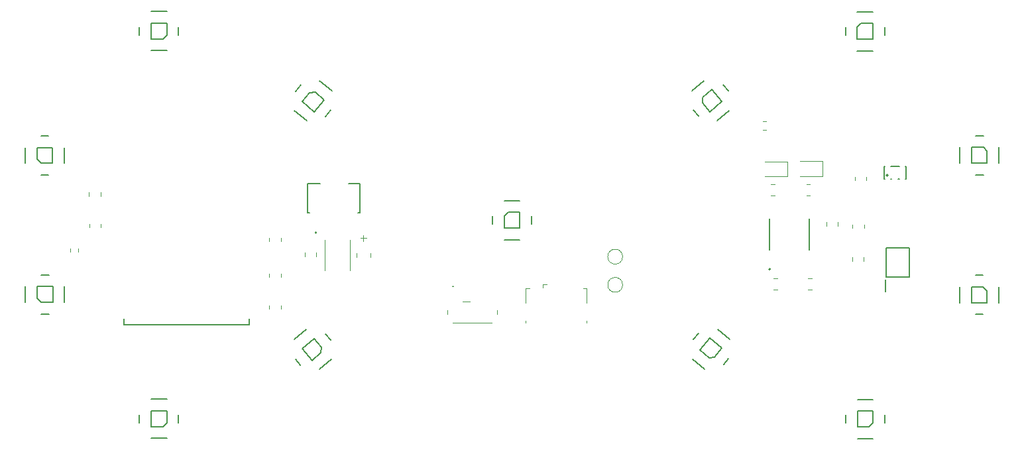
<source format=gbr>
%TF.GenerationSoftware,KiCad,Pcbnew,(7.0.0)*%
%TF.CreationDate,2023-08-19T05:22:45+05:30*%
%TF.ProjectId,glowtie,676c6f77-7469-4652-9e6b-696361645f70,rev?*%
%TF.SameCoordinates,Original*%
%TF.FileFunction,Legend,Top*%
%TF.FilePolarity,Positive*%
%FSLAX46Y46*%
G04 Gerber Fmt 4.6, Leading zero omitted, Abs format (unit mm)*
G04 Created by KiCad (PCBNEW (7.0.0)) date 2023-08-19 05:22:45*
%MOMM*%
%LPD*%
G01*
G04 APERTURE LIST*
%ADD10C,0.100000*%
%ADD11C,0.200000*%
%ADD12C,0.120000*%
%ADD13C,0.152400*%
%ADD14C,0.127000*%
G04 APERTURE END LIST*
D10*
X73175000Y-63625000D02*
X73175000Y-63625000D01*
X73175000Y-63625000D02*
X73175000Y-64125000D01*
X73175000Y-64125000D02*
X73175000Y-63625000D01*
X73175000Y-64125000D02*
X73175000Y-64125000D01*
D11*
X73825000Y-60575000D02*
X73825000Y-60575000D01*
X73825000Y-60575000D02*
X73825000Y-60575000D01*
D10*
X73825000Y-65225000D02*
X73825000Y-65225000D01*
X73825000Y-65225000D02*
X78825000Y-65225000D01*
D11*
X73925000Y-60575000D02*
X73925000Y-60575000D01*
D10*
X75075000Y-62525000D02*
X75075000Y-62525000D01*
X75075000Y-62525000D02*
X76075000Y-62525000D01*
X76075000Y-62525000D02*
X75075000Y-62525000D01*
X76075000Y-62525000D02*
X76075000Y-62525000D01*
X78825000Y-65225000D02*
X73825000Y-65225000D01*
X78825000Y-65225000D02*
X78825000Y-65225000D01*
X79475000Y-63625000D02*
X79475000Y-63625000D01*
X79475000Y-63625000D02*
X79475000Y-64125000D01*
X79475000Y-64125000D02*
X79475000Y-63625000D01*
X79475000Y-64125000D02*
X79475000Y-64125000D01*
D11*
X73925000Y-60575000D02*
G75*
G03*
X73825000Y-60575000I-50000J0D01*
G01*
X73825000Y-60575000D02*
G75*
G03*
X73925000Y-60575000I50000J0D01*
G01*
X73825000Y-60575000D02*
G75*
G03*
X73925000Y-60575000I50000J0D01*
G01*
D12*
X51885000Y-54322936D02*
X51885000Y-54777064D01*
X50415000Y-54322936D02*
X50415000Y-54777064D01*
D11*
X105969075Y-34262101D02*
X104436987Y-35547677D01*
X106933257Y-35411168D02*
X108218832Y-36943257D01*
X105784190Y-36375349D02*
X106933257Y-35411168D01*
X108403717Y-34830009D02*
X109046505Y-35596053D01*
X105722562Y-37079765D02*
X105784190Y-36375349D01*
X104573495Y-38043947D02*
X105216283Y-38809991D01*
X108218832Y-36943257D02*
X106686743Y-38228832D01*
X106686743Y-38228832D02*
X105722562Y-37079765D01*
X109183013Y-38092323D02*
X107650925Y-39377899D01*
X127520000Y-25450000D02*
X125520000Y-25450000D01*
X127520000Y-26950000D02*
X127520000Y-28950000D01*
X126020000Y-26950000D02*
X127520000Y-26950000D01*
X129020000Y-27450000D02*
X129020000Y-28450000D01*
X125520000Y-27450000D02*
X126020000Y-26950000D01*
X124020000Y-27450000D02*
X124020000Y-28450000D01*
X127520000Y-28950000D02*
X125520000Y-28950000D01*
X125520000Y-28950000D02*
X125520000Y-27450000D01*
X127520000Y-30450000D02*
X125520000Y-30450000D01*
X19230000Y-42820000D02*
X19230000Y-44820000D01*
X20730000Y-42820000D02*
X22730000Y-42820000D01*
X20730000Y-44320000D02*
X20730000Y-42820000D01*
X21230000Y-41320000D02*
X22230000Y-41320000D01*
X21230000Y-44820000D02*
X20730000Y-44320000D01*
X21230000Y-46320000D02*
X22230000Y-46320000D01*
X22730000Y-42820000D02*
X22730000Y-44820000D01*
X22730000Y-44820000D02*
X21230000Y-44820000D01*
X24230000Y-42820000D02*
X24230000Y-44820000D01*
X35330000Y-79960000D02*
X37330000Y-79960000D01*
X35330000Y-78460000D02*
X35330000Y-76460000D01*
X36830000Y-78460000D02*
X35330000Y-78460000D01*
X33830000Y-77960000D02*
X33830000Y-76960000D01*
X37330000Y-77960000D02*
X36830000Y-78460000D01*
X38830000Y-77960000D02*
X38830000Y-76960000D01*
X35330000Y-76460000D02*
X37330000Y-76460000D01*
X37330000Y-76460000D02*
X37330000Y-77960000D01*
X35330000Y-74960000D02*
X37330000Y-74960000D01*
D12*
X126335000Y-56788748D02*
X126335000Y-57311252D01*
X124865000Y-56788748D02*
X124865000Y-57311252D01*
D11*
X104466987Y-69842323D02*
X105999075Y-71127899D01*
X105431168Y-68693257D02*
X106716743Y-67161168D01*
X106580235Y-69657438D02*
X105431168Y-68693257D01*
X104603495Y-67346053D02*
X105246283Y-66580009D01*
X107284651Y-69595810D02*
X106580235Y-69657438D01*
X108433717Y-70559991D02*
X109076505Y-69793947D01*
X106716743Y-67161168D02*
X108248832Y-68446743D01*
X108248832Y-68446743D02*
X107284651Y-69595810D01*
X107680925Y-66012101D02*
X109213013Y-67297677D01*
D12*
X25997500Y-55687742D02*
X25997500Y-56162258D01*
X24952500Y-55687742D02*
X24952500Y-56162258D01*
X28865000Y-48542936D02*
X28865000Y-48997064D01*
X27395000Y-48542936D02*
X27395000Y-48997064D01*
X95550000Y-60350000D02*
G75*
G03*
X95550000Y-60350000I-950000J0D01*
G01*
D11*
X82420000Y-49580000D02*
X80420000Y-49580000D01*
X82420000Y-51080000D02*
X82420000Y-53080000D01*
X80920000Y-51080000D02*
X82420000Y-51080000D01*
X83920000Y-51580000D02*
X83920000Y-52580000D01*
X80420000Y-51580000D02*
X80920000Y-51080000D01*
X78920000Y-51580000D02*
X78920000Y-52580000D01*
X82420000Y-53080000D02*
X80420000Y-53080000D01*
X80420000Y-53080000D02*
X80420000Y-51580000D01*
X82420000Y-54580000D02*
X80420000Y-54580000D01*
D13*
X128928000Y-45240000D02*
X129022000Y-45240000D01*
X128928000Y-46860000D02*
X128928000Y-45240000D01*
X129022000Y-46860000D02*
X128928000Y-46860000D01*
X129828000Y-45240000D02*
X130872000Y-45240000D01*
X129922000Y-46860000D02*
X129828000Y-46860000D01*
X130872000Y-46860000D02*
X130778000Y-46860000D01*
X131678000Y-45240000D02*
X131772000Y-45240000D01*
X131772000Y-45240000D02*
X131772000Y-46860000D01*
X131772000Y-46860000D02*
X131678000Y-46860000D01*
D14*
X129450000Y-46350000D02*
G75*
G03*
X129450000Y-46350000I-100000J0D01*
G01*
D13*
X31814000Y-64661500D02*
X31814000Y-65423500D01*
X31814000Y-65423500D02*
X47816000Y-65423500D01*
X47816000Y-65423500D02*
X47816000Y-64661500D01*
D11*
X129150000Y-61175000D02*
X129150000Y-59700000D01*
X129235000Y-59350000D02*
X129235000Y-55650000D01*
X132165000Y-59350000D02*
X129235000Y-59350000D01*
X129235000Y-55650000D02*
X132165000Y-55650000D01*
X132165000Y-55650000D02*
X132165000Y-59350000D01*
D12*
X119507064Y-48945000D02*
X119052936Y-48945000D01*
X119507064Y-47475000D02*
X119052936Y-47475000D01*
X56435000Y-56238748D02*
X56435000Y-56761252D01*
X54965000Y-56238748D02*
X54965000Y-56761252D01*
X126385000Y-52672936D02*
X126385000Y-53127064D01*
X124915000Y-52672936D02*
X124915000Y-53127064D01*
X51875000Y-62972936D02*
X51875000Y-63427064D01*
X50405000Y-62972936D02*
X50405000Y-63427064D01*
X51885000Y-58922936D02*
X51885000Y-59377064D01*
X50415000Y-58922936D02*
X50415000Y-59377064D01*
D14*
X55290000Y-51161000D02*
X55290000Y-47441000D01*
X55290000Y-51161000D02*
X55550000Y-51161000D01*
X56890000Y-47441000D02*
X55290000Y-47441000D01*
X61760000Y-51161000D02*
X62010000Y-51161000D01*
X62010000Y-47441000D02*
X60520000Y-47441000D01*
X62010000Y-51161000D02*
X62010000Y-47441000D01*
D11*
X56460000Y-53674000D02*
G75*
G03*
X56460000Y-53674000I-100000J0D01*
G01*
D12*
X125215000Y-47027064D02*
X125215000Y-46572936D01*
X126685000Y-47027064D02*
X126685000Y-46572936D01*
D11*
X19250000Y-60570000D02*
X19250000Y-62570000D01*
X20750000Y-60570000D02*
X22750000Y-60570000D01*
X20750000Y-62070000D02*
X20750000Y-60570000D01*
X21250000Y-59070000D02*
X22250000Y-59070000D01*
X21250000Y-62570000D02*
X20750000Y-62070000D01*
X21250000Y-64070000D02*
X22250000Y-64070000D01*
X22750000Y-60570000D02*
X22750000Y-62570000D01*
X22750000Y-62570000D02*
X21250000Y-62570000D01*
X24250000Y-60570000D02*
X24250000Y-62570000D01*
D12*
X114512936Y-47475000D02*
X114967064Y-47475000D01*
X114512936Y-48945000D02*
X114967064Y-48945000D01*
X63376998Y-56812691D02*
X63376998Y-56287309D01*
X61523002Y-56287309D02*
X61523002Y-56812691D01*
X62069000Y-54391000D02*
X62831000Y-54391000D01*
X62450000Y-54010000D02*
X62450000Y-54772000D01*
D11*
X143610000Y-62620000D02*
X143610000Y-60620000D01*
X142110000Y-62620000D02*
X140110000Y-62620000D01*
X142110000Y-61120000D02*
X142110000Y-62620000D01*
X141610000Y-64120000D02*
X140610000Y-64120000D01*
X141610000Y-60620000D02*
X142110000Y-61120000D01*
X141610000Y-59120000D02*
X140610000Y-59120000D01*
X140110000Y-62620000D02*
X140110000Y-60620000D01*
X140110000Y-60620000D02*
X141610000Y-60620000D01*
X138610000Y-62620000D02*
X138610000Y-60620000D01*
X143620000Y-44780000D02*
X143620000Y-42780000D01*
X142120000Y-44780000D02*
X140120000Y-44780000D01*
X142120000Y-43280000D02*
X142120000Y-44780000D01*
X141620000Y-46280000D02*
X140620000Y-46280000D01*
X141620000Y-42780000D02*
X142120000Y-43280000D01*
X141620000Y-41280000D02*
X140620000Y-41280000D01*
X140120000Y-44780000D02*
X140120000Y-42780000D01*
X140120000Y-42780000D02*
X141620000Y-42780000D01*
X138620000Y-44780000D02*
X138620000Y-42780000D01*
D12*
X121565000Y-52811252D02*
X121565000Y-52288748D01*
X123035000Y-52811252D02*
X123035000Y-52288748D01*
X57474400Y-54568800D02*
X57474400Y-58531200D01*
X60725600Y-58531200D02*
X60725600Y-54568800D01*
D11*
X58393013Y-35557677D02*
X56860925Y-34272101D01*
X57428832Y-36706743D02*
X56143257Y-38238832D01*
X56279765Y-35742562D02*
X57428832Y-36706743D01*
X58256505Y-38053947D02*
X57613717Y-38819991D01*
X55575349Y-35804190D02*
X56279765Y-35742562D01*
X54426283Y-34840009D02*
X53783495Y-35606053D01*
X56143257Y-38238832D02*
X54611168Y-36953257D01*
X54611168Y-36953257D02*
X55575349Y-35804190D01*
X55179075Y-39387899D02*
X53646987Y-38102323D01*
D12*
X121097500Y-46460000D02*
X121097500Y-44540000D01*
X121097500Y-44540000D02*
X118237500Y-44540000D01*
X118237500Y-46460000D02*
X121097500Y-46460000D01*
X113912258Y-40522500D02*
X113437742Y-40522500D01*
X113912258Y-39477500D02*
X113437742Y-39477500D01*
X119188748Y-59505000D02*
X119711252Y-59505000D01*
X119188748Y-60975000D02*
X119711252Y-60975000D01*
X114842936Y-59485000D02*
X115297064Y-59485000D01*
X114842936Y-60955000D02*
X115297064Y-60955000D01*
X83175000Y-60812500D02*
X83625000Y-60812500D01*
X83175000Y-62662500D02*
X83175000Y-60812500D01*
X83175000Y-65212500D02*
X83175000Y-64962500D01*
X85375000Y-60262500D02*
X85375000Y-60712500D01*
X85375000Y-60262500D02*
X85825000Y-60262500D01*
X90975000Y-60812500D02*
X90525000Y-60812500D01*
X90975000Y-62662500D02*
X90975000Y-60812500D01*
X90975000Y-65212500D02*
X90975000Y-64962500D01*
D11*
X56840925Y-71157899D02*
X58373013Y-69872323D01*
X55876743Y-70008832D02*
X54591168Y-68476743D01*
X57025810Y-69044651D02*
X55876743Y-70008832D01*
X54406283Y-70589991D02*
X53763495Y-69823947D01*
X57087438Y-68340235D02*
X57025810Y-69044651D01*
X58236505Y-67376053D02*
X57593717Y-66610009D01*
X54591168Y-68476743D02*
X56123257Y-67191168D01*
X56123257Y-67191168D02*
X57087438Y-68340235D01*
X53626987Y-67327677D02*
X55159075Y-66042101D01*
X35320000Y-30430000D02*
X37320000Y-30430000D01*
X35320000Y-28930000D02*
X35320000Y-26930000D01*
X36820000Y-28930000D02*
X35320000Y-28930000D01*
X33820000Y-28430000D02*
X33820000Y-27430000D01*
X37320000Y-28430000D02*
X36820000Y-28930000D01*
X38820000Y-28430000D02*
X38820000Y-27430000D01*
X35320000Y-26930000D02*
X37320000Y-26930000D01*
X37320000Y-26930000D02*
X37320000Y-28430000D01*
X35320000Y-25430000D02*
X37320000Y-25430000D01*
D12*
X28885000Y-52552936D02*
X28885000Y-53007064D01*
X27415000Y-52552936D02*
X27415000Y-53007064D01*
D14*
X114290000Y-55910000D02*
X114290000Y-51910000D01*
X119390000Y-55910000D02*
X119390000Y-51910000D01*
D11*
X114435000Y-58355000D02*
G75*
G03*
X114435000Y-58355000I-100000J0D01*
G01*
D12*
X95550000Y-56750000D02*
G75*
G03*
X95550000Y-56750000I-950000J0D01*
G01*
X116567500Y-46500000D02*
X116567500Y-44580000D01*
X116567500Y-44580000D02*
X113707500Y-44580000D01*
X113707500Y-46500000D02*
X116567500Y-46500000D01*
D11*
X125550000Y-79980000D02*
X127550000Y-79980000D01*
X125550000Y-78480000D02*
X125550000Y-76480000D01*
X127050000Y-78480000D02*
X125550000Y-78480000D01*
X124050000Y-77980000D02*
X124050000Y-76980000D01*
X127550000Y-77980000D02*
X127050000Y-78480000D01*
X129050000Y-77980000D02*
X129050000Y-76980000D01*
X125550000Y-76480000D02*
X127550000Y-76480000D01*
X127550000Y-76480000D02*
X127550000Y-77980000D01*
X125550000Y-74980000D02*
X127550000Y-74980000D01*
M02*

</source>
